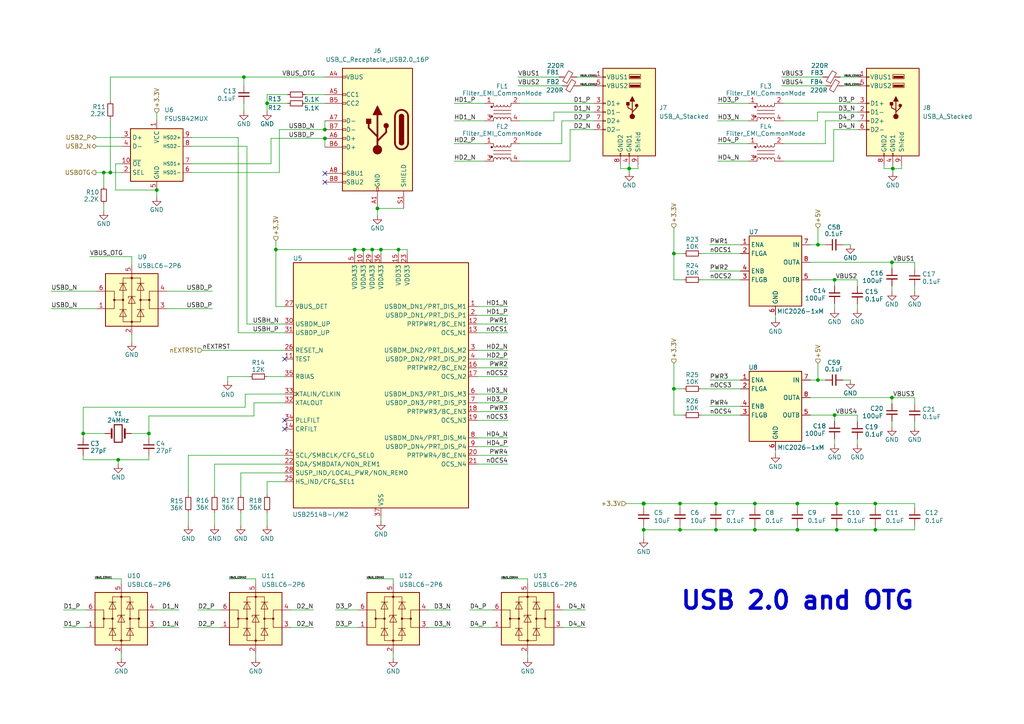
<source format=kicad_sch>
(kicad_sch (version 20231120) (generator "eeschema") (generator_version "8.0")
  (paper "A4")
  (title_block (title "PiCubed Mainboard") (date "2024-02-27") (rev "01") (company "RExLab Carnegie Mellon University") (comment 1 "Neil Khera"))
  (junction (at 109.474 60.452))
  (junction (at 258.953 48.895))
  (junction (at 110.49 72.39))
  (junction (at 253.873 153.67))
  (junction (at 34.29 133.35))
  (junction (at 237.236 110.236))
  (junction (at 237.236 70.993))
  (junction (at 207.645 146.05))
  (junction (at 253.873 146.05))
  (junction (at 218.948 146.05))
  (junction (at 197.231 146.05))
  (junction (at 30.099 50.038))
  (junction (at 242.062 120.396))
  (junction (at 102.87 72.39))
  (junction (at 70.739 22.352))
  (junction (at 24.13 125.73))
  (junction (at 218.948 153.67))
  (junction (at 45.466 55.118))
  (junction (at 195.453 112.776))
  (junction (at 242.062 81.153))
  (junction (at 186.69 146.05) (diameter 1.016))
  (junction (at 197.231 153.67))
  (junction (at 207.645 153.67))
  (junction (at 258.699 115.316))
  (junction (at 77.47 29.972))
  (junction (at 94.234 37.592))
  (junction (at 94.234 40.132))
  (junction (at 242.697 153.67))
  (junction (at 182.499 48.895))
  (junction (at 105.41 72.39))
  (junction (at 186.69 153.67))
  (junction (at 80.01 72.39))
  (junction (at 231.267 146.05))
  (junction (at 43.18 125.73))
  (junction (at 231.267 153.67))
  (junction (at 242.697 146.05))
  (junction (at 115.57 72.39))
  (junction (at 107.95 72.39))
  (junction (at 32.004 50.038))
  (junction (at 258.699 76.073))
  (junction (at 195.453 73.533))
  (no_connect (at 82.55 121.92))
  (no_connect (at 94.234 50.292))
  (no_connect (at 82.55 104.14))
  (no_connect (at 94.234 52.832))
  (no_connect (at 82.55 124.46))
  (wire (pts (xy 62.23 148.59) (xy 62.23 152.4)))
  (wire (pts (xy 239.395 35.052) (xy 239.395 41.656)))
  (wire (pts (xy 38.227 97.155) (xy 38.227 99.187)))
  (wire (pts (xy 55.626 39.878) (xy 69.088 39.878)))
  (wire (pts (xy 88.519 29.972) (xy 94.234 29.972)))
  (wire (pts (xy 118.11 72.39) (xy 118.11 73.66)))
  (wire (pts (xy 258.953 48.895) (xy 261.493 48.895)))
  (wire (pts (xy 265.303 146.05) (xy 265.303 147.32)))
  (wire (pts (xy 138.43 129.54) (xy 147.32 129.54)))
  (wire (pts (xy 71.12 114.3) (xy 82.55 114.3)))
  (wire (pts (xy 231.267 146.05) (xy 242.697 146.05)))
  (wire (pts (xy 62.23 134.62) (xy 62.23 143.51)))
  (wire (pts (xy 150.241 22.352) (xy 162.179 22.352)))
  (wire (pts (xy 115.57 72.39) (xy 115.57 73.66)))
  (wire (pts (xy 30.099 50.038) (xy 30.099 54.102)))
  (wire (pts (xy 70.739 22.352) (xy 70.739 24.892)))
  (wire (pts (xy 80.01 72.39) (xy 80.01 88.9)))
  (wire (pts (xy 30.099 50.038) (xy 32.004 50.038)))
  (wire (pts (xy 109.474 60.452) (xy 117.094 60.452)))
  (wire (pts (xy 80.01 88.9) (xy 82.55 88.9)))
  (wire (pts (xy 138.43 104.14) (xy 147.32 104.14)))
  (wire (pts (xy 237.236 110.236) (xy 239.395 110.236)))
  (wire (pts (xy 242.697 146.05) (xy 242.697 147.32)))
  (wire (pts (xy 265.303 77.978) (xy 265.303 76.073)))
  (wire (pts (xy 248.666 122.301) (xy 248.666 120.396)))
  (wire (pts (xy 179.959 48.895) (xy 179.959 47.752)))
  (wire (pts (xy 35.179 189.611) (xy 35.179 190.881)))
  (wire (pts (xy 71.628 93.98) (xy 71.628 42.418)))
  (wire (pts (xy 57.404 176.911) (xy 64.008 176.911)))
  (wire (pts (xy 138.43 96.52) (xy 147.32 96.52)))
  (wire (pts (xy 179.959 48.895) (xy 182.499 48.895)))
  (wire (pts (xy 140.589 46.736) (xy 131.699 46.736)))
  (wire (pts (xy 186.69 156.21) (xy 186.69 153.67)))
  (wire (pts (xy 258.699 76.073) (xy 265.303 76.073)))
  (wire (pts (xy 224.917 91.313) (xy 224.917 92.329)))
  (wire (pts (xy 265.303 122.301) (xy 265.303 123.825)))
  (wire (pts (xy 88.519 27.432) (xy 94.234 27.432)))
  (wire (pts (xy 237.236 66.167) (xy 237.236 70.993)))
  (wire (pts (xy 70.739 22.352) (xy 94.234 22.352)))
  (wire (pts (xy 105.41 72.39) (xy 105.41 73.66)))
  (wire (pts (xy 80.01 72.39) (xy 102.87 72.39)))
  (wire (pts (xy 242.062 127.254) (xy 242.062 128.905)))
  (wire (pts (xy 235.077 76.073) (xy 258.699 76.073)))
  (wire (pts (xy 77.47 139.7) (xy 77.47 143.51)))
  (wire (pts (xy 235.077 120.396) (xy 242.062 120.396)))
  (wire (pts (xy 38.227 76.835) (xy 38.227 74.422)))
  (wire (pts (xy 54.61 132.08) (xy 82.55 132.08)))
  (wire (pts (xy 258.953 48.895) (xy 258.953 47.752)))
  (wire (pts (xy 253.873 146.05) (xy 265.303 146.05)))
  (wire (pts (xy 77.47 29.972) (xy 83.439 29.972)))
  (wire (pts (xy 43.18 120.65) (xy 43.18 125.73)))
  (wire (pts (xy 107.95 72.39) (xy 105.41 72.39)))
  (wire (pts (xy 253.873 152.4) (xy 253.873 153.67)))
  (wire (pts (xy 114.046 189.611) (xy 114.046 190.881)))
  (wire (pts (xy 69.85 137.16) (xy 69.85 143.51)))
  (wire (pts (xy 78.613 40.132) (xy 94.234 40.132)))
  (wire (pts (xy 248.793 32.512) (xy 237.109 32.512)))
  (wire (pts (xy 94.234 37.592) (xy 81.026 37.592)))
  (wire (pts (xy 150.749 41.656) (xy 162.941 41.656)))
  (wire (pts (xy 160.655 35.052) (xy 150.749 35.052)))
  (wire (pts (xy 102.87 72.39) (xy 102.87 73.66)))
  (wire (pts (xy 105.41 72.39) (xy 102.87 72.39)))
  (wire (pts (xy 248.666 127.381) (xy 248.666 128.905)))
  (wire (pts (xy 235.077 115.316) (xy 258.699 115.316)))
  (wire (pts (xy 32.004 29.337) (xy 32.004 22.352)))
  (wire (pts (xy 138.43 101.6) (xy 147.32 101.6)))
  (wire (pts (xy 110.49 72.39) (xy 110.49 73.66)))
  (wire (pts (xy 78.613 47.498) (xy 78.613 40.132)))
  (wire (pts (xy 168.148 24.892) (xy 172.339 24.892)))
  (wire (pts (xy 138.43 132.08) (xy 147.32 132.08)))
  (wire (pts (xy 185.039 48.895) (xy 185.039 47.752)))
  (wire (pts (xy 172.339 32.512) (xy 160.655 32.512)))
  (wire (pts (xy 195.453 112.776) (xy 198.247 112.776)))
  (wire (pts (xy 45.339 176.911) (xy 51.943 176.911)))
  (wire (pts (xy 138.43 109.22) (xy 147.32 109.22)))
  (wire (pts (xy 34.29 133.35) (xy 43.18 133.35)))
  (wire (pts (xy 145.288 167.894) (xy 153.035 167.894)))
  (wire (pts (xy 33.528 47.498) (xy 33.528 55.118)))
  (wire (pts (xy 256.413 48.895) (xy 258.953 48.895)))
  (wire (pts (xy 227.203 29.972) (xy 248.793 29.972)))
  (wire (pts (xy 237.109 35.052) (xy 227.203 35.052)))
  (wire (pts (xy 242.062 122.174) (xy 242.062 120.396)))
  (wire (pts (xy 186.69 152.4) (xy 186.69 153.67)))
  (wire (pts (xy 203.327 112.776) (xy 214.757 112.776)))
  (wire (pts (xy 43.18 132.08) (xy 43.18 133.35)))
  (wire (pts (xy 244.475 70.993) (xy 246.634 70.993)))
  (wire (pts (xy 74.168 167.894) (xy 74.168 169.291)))
  (wire (pts (xy 58.674 101.6) (xy 82.55 101.6)))
  (wire (pts (xy 18.415 176.911) (xy 25.019 176.911)))
  (wire (pts (xy 82.55 93.98) (xy 71.628 93.98)))
  (wire (pts (xy 153.035 189.611) (xy 153.035 190.881)))
  (wire (pts (xy 66.421 167.894) (xy 74.168 167.894)))
  (wire (pts (xy 62.23 134.62) (xy 82.55 134.62)))
  (wire (pts (xy 218.948 146.05) (xy 231.267 146.05)))
  (wire (pts (xy 207.645 146.05) (xy 218.948 146.05)))
  (wire (pts (xy 136.271 181.991) (xy 142.875 181.991)))
  (wire (pts (xy 248.666 88.138) (xy 248.666 89.662)))
  (wire (pts (xy 81.026 50.038) (xy 55.626 50.038)))
  (wire (pts (xy 69.85 148.59) (xy 69.85 152.4)))
  (wire (pts (xy 26.035 74.422) (xy 38.227 74.422)))
  (wire (pts (xy 55.626 47.498) (xy 78.613 47.498)))
  (wire (pts (xy 138.43 134.62) (xy 147.32 134.62)))
  (wire (pts (xy 207.645 152.4) (xy 207.645 153.67)))
  (wire (pts (xy 167.259 22.352) (xy 172.339 22.352)))
  (wire (pts (xy 138.43 127) (xy 147.32 127)))
  (wire (pts (xy 77.47 27.432) (xy 83.439 27.432)))
  (wire (pts (xy 45.339 181.991) (xy 51.943 181.991)))
  (wire (pts (xy 197.231 146.05) (xy 207.645 146.05)))
  (wire (pts (xy 162.941 35.052) (xy 162.941 41.656)))
  (wire (pts (xy 242.062 120.396) (xy 248.666 120.396)))
  (wire (pts (xy 107.95 72.39) (xy 107.95 73.66)))
  (wire (pts (xy 203.327 73.533) (xy 214.757 73.533)))
  (wire (pts (xy 172.339 37.592) (xy 165.354 37.592)))
  (wire (pts (xy 218.948 153.67) (xy 231.267 153.67)))
  (wire (pts (xy 214.757 78.613) (xy 205.867 78.613)))
  (wire (pts (xy 195.453 66.167) (xy 195.453 73.533)))
  (wire (pts (xy 71.628 42.418) (xy 55.626 42.418)))
  (wire (pts (xy 165.354 37.592) (xy 165.354 46.736)))
  (wire (pts (xy 69.088 39.878) (xy 69.088 96.52)))
  (wire (pts (xy 197.231 152.4) (xy 197.231 153.67)))
  (wire (pts (xy 242.697 146.05) (xy 253.873 146.05)))
  (wire (pts (xy 217.043 46.736) (xy 208.153 46.736)))
  (wire (pts (xy 106.299 167.894) (xy 114.046 167.894)))
  (wire (pts (xy 80.01 69.85) (xy 80.01 72.39)))
  (wire (pts (xy 138.43 116.84) (xy 147.32 116.84)))
  (wire (pts (xy 138.43 121.92) (xy 147.32 121.92)))
  (wire (pts (xy 241.808 46.736) (xy 227.203 46.736)))
  (wire (pts (xy 136.271 176.911) (xy 142.875 176.911)))
  (wire (pts (xy 43.18 125.73) (xy 43.18 127)))
  (wire (pts (xy 124.206 176.911) (xy 130.81 176.911)))
  (wire (pts (xy 197.231 146.05) (xy 197.231 147.32)))
  (wire (pts (xy 237.236 70.993) (xy 239.395 70.993)))
  (wire (pts (xy 82.55 116.84) (xy 73.66 116.84)))
  (wire (pts (xy 243.713 22.352) (xy 248.793 22.352)))
  (wire (pts (xy 66.04 109.22) (xy 66.04 110.49)))
  (wire (pts (xy 197.231 153.67) (xy 207.645 153.67)))
  (wire (pts (xy 54.61 148.59) (xy 54.61 152.4)))
  (wire (pts (xy 54.61 132.08) (xy 54.61 143.51)))
  (wire (pts (xy 109.474 60.452) (xy 109.474 62.484)))
  (wire (pts (xy 248.793 35.052) (xy 239.395 35.052)))
  (wire (pts (xy 195.453 120.396) (xy 198.247 120.396)))
  (wire (pts (xy 138.43 88.9) (xy 147.32 88.9)))
  (wire (pts (xy 242.062 81.153) (xy 248.666 81.153)))
  (wire (pts (xy 203.327 81.153) (xy 214.757 81.153)))
  (wire (pts (xy 150.241 24.892) (xy 163.068 24.892)))
  (wire (pts (xy 182.499 48.895) (xy 182.499 47.752)))
  (wire (pts (xy 235.077 70.993) (xy 237.236 70.993)))
  (wire (pts (xy 253.873 146.05) (xy 253.873 147.32)))
  (wire (pts (xy 261.493 48.895) (xy 261.493 47.752)))
  (wire (pts (xy 265.303 152.4) (xy 265.303 153.67)))
  (wire (pts (xy 195.453 105.41) (xy 195.453 112.776)))
  (wire (pts (xy 182.499 48.895) (xy 185.039 48.895)))
  (wire (pts (xy 32.004 50.038) (xy 35.306 50.038)))
  (wire (pts (xy 242.062 88.011) (xy 242.062 89.662)))
  (wire (pts (xy 115.57 72.39) (xy 110.49 72.39)))
  (wire (pts (xy 265.303 117.221) (xy 265.303 115.316)))
  (wire (pts (xy 226.695 24.892) (xy 239.522 24.892)))
  (wire (pts (xy 138.43 91.44) (xy 147.32 91.44)))
  (wire (pts (xy 265.303 83.058) (xy 265.303 84.582)))
  (wire (pts (xy 27.813 50.038) (xy 30.099 50.038)))
  (wire (pts (xy 77.47 139.7) (xy 82.55 139.7)))
  (wire (pts (xy 97.282 176.911) (xy 103.886 176.911)))
  (wire (pts (xy 186.69 146.05) (xy 197.231 146.05)))
  (wire (pts (xy 217.043 35.052) (xy 208.153 35.052)))
  (wire (pts (xy 71.12 114.3) (xy 71.12 118.11)))
  (wire (pts (xy 256.413 48.895) (xy 256.413 47.752)))
  (wire (pts (xy 258.699 115.316) (xy 265.303 115.316)))
  (wire (pts (xy 258.699 122.174) (xy 258.699 123.825)))
  (wire (pts (xy 242.697 153.67) (xy 253.873 153.67)))
  (wire (pts (xy 48.387 89.535) (xy 61.595 89.535)))
  (wire (pts (xy 114.046 167.894) (xy 114.046 169.291)))
  (wire (pts (xy 57.404 181.991) (xy 64.008 181.991)))
  (wire (pts (xy 186.69 146.05) (xy 186.69 147.32)))
  (wire (pts (xy 69.088 96.52) (xy 82.55 96.52)))
  (wire (pts (xy 84.328 181.991) (xy 90.932 181.991)))
  (wire (pts (xy 34.29 133.35) (xy 34.29 134.62)))
  (wire (pts (xy 138.43 119.38) (xy 147.32 119.38)))
  (wire (pts (xy 24.13 133.35) (xy 34.29 133.35)))
  (wire (pts (xy 214.757 70.993) (xy 205.867 70.993)))
  (wire (pts (xy 30.099 59.182) (xy 30.099 61.214)))
  (wire (pts (xy 195.453 73.533) (xy 198.247 73.533)))
  (wire (pts (xy 124.206 181.991) (xy 130.81 181.991)))
  (wire (pts (xy 150.749 29.972) (xy 172.339 29.972)))
  (wire (pts (xy 214.757 110.236) (xy 205.867 110.236)))
  (wire (pts (xy 258.699 77.851) (xy 258.699 76.073)))
  (wire (pts (xy 218.948 146.05) (xy 218.948 147.32)))
  (wire (pts (xy 77.47 148.59) (xy 77.47 152.4)))
  (wire (pts (xy 71.12 118.11) (xy 24.13 118.11)))
  (wire (pts (xy 35.179 167.894) (xy 35.179 169.291)))
  (wire (pts (xy 77.47 109.22) (xy 82.55 109.22)))
  (wire (pts (xy 45.466 32.766) (xy 45.466 34.798)))
  (wire (pts (xy 24.13 132.08) (xy 24.13 133.35)))
  (wire (pts (xy 24.13 125.73) (xy 30.48 125.73)))
  (wire (pts (xy 140.589 29.972) (xy 131.699 29.972)))
  (wire (pts (xy 248.793 37.592) (xy 241.808 37.592)))
  (wire (pts (xy 32.004 50.038) (xy 32.004 34.417)))
  (wire (pts (xy 218.948 152.4) (xy 218.948 153.67)))
  (wire (pts (xy 231.267 146.05) (xy 231.267 147.32)))
  (wire (pts (xy 217.043 41.656) (xy 208.153 41.656)))
  (wire (pts (xy 27.94 39.878) (xy 35.306 39.878)))
  (wire (pts (xy 227.203 41.656) (xy 239.395 41.656)))
  (wire (pts (xy 231.267 152.4) (xy 231.267 153.67)))
  (wire (pts (xy 73.66 116.84) (xy 73.66 120.65)))
  (wire (pts (xy 110.49 149.86) (xy 110.49 151.13)))
  (wire (pts (xy 18.415 181.991) (xy 25.019 181.991)))
  (wire (pts (xy 28.067 84.455) (xy 14.859 84.455)))
  (wire (pts (xy 203.327 120.396) (xy 214.757 120.396)))
  (wire (pts (xy 244.602 24.892) (xy 248.793 24.892)))
  (wire (pts (xy 140.589 41.656) (xy 131.699 41.656)))
  (wire (pts (xy 115.57 72.39) (xy 118.11 72.39)))
  (wire (pts (xy 258.953 49.911) (xy 258.953 48.895)))
  (wire (pts (xy 253.873 153.67) (xy 265.303 153.67)))
  (wire (pts (xy 235.077 110.236) (xy 237.236 110.236)))
  (wire (pts (xy 172.339 35.052) (xy 162.941 35.052)))
  (wire (pts (xy 160.655 32.512) (xy 160.655 35.052)))
  (wire (pts (xy 195.453 112.776) (xy 195.453 120.396)))
  (wire (pts (xy 195.453 73.533) (xy 195.453 81.153)))
  (wire (pts (xy 107.95 72.39) (xy 110.49 72.39)))
  (wire (pts (xy 207.645 153.67) (xy 218.948 153.67)))
  (wire (pts (xy 237.109 32.512) (xy 237.109 35.052)))
  (wire (pts (xy 242.697 152.4) (xy 242.697 153.67)))
  (wire (pts (xy 241.808 37.592) (xy 241.808 46.736)))
  (wire (pts (xy 32.004 22.352) (xy 70.739 22.352)))
  (wire (pts (xy 242.062 82.931) (xy 242.062 81.153)))
  (wire (pts (xy 237.236 105.41) (xy 237.236 110.236)))
  (wire (pts (xy 217.043 29.972) (xy 208.153 29.972)))
  (wire (pts (xy 138.43 93.98) (xy 147.32 93.98)))
  (wire (pts (xy 27.432 167.894) (xy 35.179 167.894)))
  (wire (pts (xy 195.453 81.153) (xy 198.247 81.153)))
  (wire (pts (xy 33.528 55.118) (xy 45.466 55.118)))
  (wire (pts (xy 226.695 22.352) (xy 238.633 22.352)))
  (wire (pts (xy 81.026 37.592) (xy 81.026 50.038)))
  (wire (pts (xy 231.267 153.67) (xy 242.697 153.67)))
  (wire (pts (xy 74.168 189.611) (xy 74.168 190.881)))
  (wire (pts (xy 66.04 109.22) (xy 72.39 109.22)))
  (wire (pts (xy 24.13 118.11) (xy 24.13 125.73)))
  (wire (pts (xy 258.699 82.931) (xy 258.699 84.582)))
  (wire (pts (xy 182.499 49.911) (xy 182.499 48.895)))
  (wire (pts (xy 214.757 117.856) (xy 205.867 117.856)))
  (wire (pts (xy 45.466 55.118) (xy 45.466 57.15)))
  (wire (pts (xy 27.94 42.418) (xy 35.306 42.418)))
  (wire (pts (xy 153.035 167.894) (xy 153.035 169.291)))
  (wire (pts (xy 258.699 117.094) (xy 258.699 115.316)))
  (wire (pts (xy 207.645 146.05) (xy 207.645 147.32)))
  (wire (pts (xy 84.328 176.911) (xy 90.932 176.911)))
  (wire (pts (xy 24.13 125.73) (xy 24.13 127)))
  (wire (pts (xy 28.067 89.535) (xy 14.859 89.535)))
  (wire (pts (xy 94.234 35.052) (xy 94.234 37.592)))
  (wire (pts (xy 140.589 35.052) (xy 131.699 35.052)))
  (wire (pts (xy 165.354 46.736) (xy 150.749 46.736)))
  (wire (pts (xy 97.282 181.991) (xy 103.886 181.991)))
  (wire (pts (xy 235.077 81.153) (xy 242.062 81.153)))
  (wire (pts (xy 163.195 176.911) (xy 169.799 176.911)))
  (wire (pts (xy 138.43 114.3) (xy 147.32 114.3)))
  (wire (pts (xy 248.666 83.058) (xy 248.666 81.153)))
  (wire (pts (xy 181.61 146.05) (xy 186.69 146.05)))
  (wire (pts (xy 244.475 110.236) (xy 246.634 110.236)))
  (wire (pts (xy 94.234 40.132) (xy 94.234 42.672)))
  (wire (pts (xy 77.47 29.972) (xy 77.47 32.258)))
  (wire (pts (xy 48.387 84.455) (xy 61.595 84.455)))
  (wire (pts (xy 73.66 120.65) (xy 43.18 120.65)))
  (wire (pts (xy 69.85 137.16) (xy 82.55 137.16)))
  (wire (pts (xy 163.195 181.991) (xy 169.799 181.991)))
  (wire (pts (xy 186.69 153.67) (xy 197.231 153.67)))
  (wire (pts (xy 77.47 27.432) (xy 77.47 29.972)))
  (wire (pts (xy 35.306 47.498) (xy 33.528 47.498)))
  (wire (pts (xy 38.1 125.73) (xy 43.18 125.73)))
  (wire (pts (xy 138.43 106.68) (xy 147.32 106.68)))
  (wire (pts (xy 70.739 29.972) (xy 70.739 32.258)))
  (wire (pts (xy 224.917 130.556) (xy 224.917 131.572)))
  (text "USB 2.0 and OTG" (at 197.104 177.292 0) (effects (font (size 5.08 5.08) (thickness 1.016) (bold yes)) (justify left bottom)))
  (label "nOCS1" (at 147.32 96.52 180))
  (label "D4_P" (at 136.271 176.911 0))
  (label "PWR4" (at 205.867 117.856 0))
  (label "PWR3" (at 205.867 110.236 0))
  (label "D3_P" (at 243.078 29.972 0))
  (label "HD3_P" (at 147.32 116.84 180))
  (label "D1_P" (at 18.415 176.911 0))
  (label "PWR2" (at 147.32 106.68 180))
  (label "D1_P" (at 166.37 29.972 0))
  (label "HD3_N" (at 147.32 114.3 180))
  (label "D2_P" (at 57.404 181.991 0))
  (label "HD1_P" (at 147.32 91.44 180))
  (label "VBUS1" (at 150.241 22.352 0))
  (label "VBUS1" (at 265.303 76.073 180))
  (label "nOCS2" (at 147.32 109.22 180))
  (label "D4_N" (at 169.799 181.991 180))
  (label "D1_P" (at 18.415 181.991 0))
  (label "nOCS4" (at 205.867 120.396 0))
  (label "D3_N" (at 130.81 181.991 180))
  (label "PWR2" (at 205.867 78.613 0))
  (label "D4_P" (at 136.271 181.991 0))
  (label "VBUS_CONN2" (at 66.421 167.894 0) (effects (font (size 0.508 0.508))))
  (label "HD4_N" (at 208.153 46.736 0))
  (label "D2_P" (at 57.404 176.911 0))
  (label "PWR1" (at 205.867 70.993 0))
  (label "USBD_P" (at 61.595 89.535 180))
  (label "D2_P" (at 166.37 35.052 0))
  (label "VBUS4" (at 248.666 120.396 180))
  (label "HD4_P" (at 147.32 129.54 180))
  (label "D3_P" (at 97.282 181.991 0))
  (label "USBD_P" (at 61.595 84.455 180))
  (label "nOCS2" (at 205.867 81.153 0))
  (label "HD4_N" (at 147.32 127 180))
  (label "VBUS_CONN4" (at 145.288 167.894 0) (effects (font (size 0.508 0.508))))
  (label "D1_N" (at 51.943 176.911 180))
  (label "USBD_N" (at 14.859 84.455 0))
  (label "VBUS2" (at 248.666 81.153 180))
  (label "PWR3" (at 147.32 119.38 180))
  (label "HD1_N" (at 131.699 35.052 0))
  (label "D1_N" (at 51.943 181.991 180))
  (label "VBUS2" (at 150.241 24.892 0))
  (label "D2_N" (at 90.932 181.991 180))
  (label "VBUS_CONN3" (at 244.729 22.352 0) (effects (font (size 0.508 0.508))))
  (label "nEXTRST" (at 58.674 101.6 0))
  (label "D2_N" (at 166.37 37.592 0))
  (label "VBUS4" (at 226.695 24.892 0))
  (label "VBUS_CONN1" (at 27.432 167.894 0) (effects (font (size 0.508 0.508))))
  (label "USBD_N" (at 83.693 37.592 0))
  (label "HD3_P" (at 208.153 29.972 0))
  (label "HD2_N" (at 131.699 46.736 0))
  (label "VBUS_CONN3" (at 106.299 167.894 0) (effects (font (size 0.508 0.508))))
  (label "D1_N" (at 166.37 32.512 0))
  (label "HD4_P" (at 208.153 41.656 0))
  (label "PWR4" (at 147.32 132.08 180))
  (label "PWR1" (at 147.32 93.98 180))
  (label "USBH_N" (at 73.279 93.98 0))
  (label "VBUS_OTG" (at 81.788 22.352 0))
  (label "VBUS_CONN1" (at 168.148 22.352 0) (effects (font (size 0.508 0.508))))
  (label "D3_P" (at 97.282 176.911 0))
  (label "HD1_P" (at 131.699 29.972 0))
  (label "VBUS3" (at 265.303 115.316 180))
  (label "nOCS1" (at 205.867 73.533 0))
  (label "USBH_P" (at 73.279 96.52 0))
  (label "VBUS_OTG" (at 26.035 74.422 0))
  (label "D4_N" (at 169.799 176.911 180))
  (label "HD1_N" (at 147.32 88.9 180))
  (label "nOCS3" (at 205.867 112.776 0))
  (label "VBUS_CONN4" (at 244.729 24.892 0) (effects (font (size 0.508 0.508))))
  (label "HD2_N" (at 147.32 101.6 180))
  (label "D4_P" (at 243.078 35.052 0))
  (label "nOCS4" (at 147.32 134.62 180))
  (label "D4_N" (at 243.078 37.592 0))
  (label "VBUS3" (at 226.695 22.352 0))
  (label "D2_N" (at 90.932 176.911 180))
  (label "HD3_N" (at 208.153 35.052 0))
  (label "VBUS_CONN2" (at 168.148 24.892 0) (effects (font (size 0.508 0.508))))
  (label "D3_N" (at 130.81 176.911 180))
  (label "D3_N" (at 243.078 32.512 0))
  (label "nOCS3" (at 147.32 121.92 180))
  (label "HD2_P" (at 131.699 41.656 0))
  (label "USBD_N" (at 14.859 89.535 0))
  (label "USBD_P" (at 83.693 40.132 0))
  (label "HD2_P" (at 147.32 104.14 180))
  (hierarchical_label "USB2_N" (shape bidirectional) (at 27.94 42.418 180))
  (hierarchical_label "+3.3V" (shape input) (at 195.453 105.41 90))
  (hierarchical_label "+3.3V" (shape input) (at 45.466 32.766 90))
  (hierarchical_label "+5V" (shape input) (at 237.236 66.167 90))
  (hierarchical_label "USB2_P" (shape bidirectional) (at 27.94 39.878 180))
  (hierarchical_label "USBOTG" (shape output) (at 27.813 50.038 180))
  (hierarchical_label "+3.3V" (shape input) (at 80.01 69.85 90))
  (hierarchical_label "nEXTRST" (shape input) (at 58.674 101.6 180))
  (hierarchical_label "+3.3V" (shape input) (at 195.453 66.167 90))
  (hierarchical_label "+3.3V" (shape input) (at 181.61 146.05 180))
  (hierarchical_label "+5V" (shape input) (at 237.236 105.41 90))
  (symbol (lib_id "Device:Filter_EMI_CommonMode") (at 145.669 32.512 0) (unit 1)
    (property "Reference" "FL1" (at 145.669 25.019 0))
    (property "Value" "Filter_EMI_CommonMode" (at 145.669 27.051 0))
  )
  (symbol (lib_id "Device:R_Small") (at 200.787 120.396 90) (unit 1)
    (property "Reference" "R26" (at 200.787 116.332 90))
    (property "Value" "10K" (at 200.787 118.364 90))
  )
  (symbol (lib_id "power:GND") (at 70.739 32.258 0) (unit 1)
    (property "Reference" "#PWR043" (effects (hide yes)))
    (property "Value" "GND" (at 70.739 35.941 0))
  )
  (symbol (lib_id "Device:C_Small") (at 242.062 85.471 0) (unit 1)
    (property "Reference" "C14" (at 235.712 84.328 0) (effects (justify left)))
    (property "Value" "100uF" (at 233.426 86.487 0) (effects (justify left)))
  )
  (symbol (lib_id "Device:R_Small") (at 62.23 146.05 0) (unit 1)
    (property "Reference" "R16" (at 56.769 145.161 0) (effects (justify left)))
    (property "Value" "36K" (at 56.769 147.193 0) (effects (justify left)))
    (property "Footprint" "Resistor_SMD:R_0402_1005Metric" (effects (hide yes)))
    (property "Field4" "Farnell" (effects (hide yes)))
    (property "Field5" "1458788" (effects (hide yes)))
    (property "Field7" "Rohm" (effects (hide yes)))
    (property "Field6" "MCR01MZPF3602" (effects (hide yes)))
    (property "Part Description" "Resistor 36K M1005 1% 63mW" (effects (hide yes)))
  )
  (symbol (lib_id "power:GND") (at 182.499 49.911 0) (unit 1)
    (property "Reference" "#PWR044" (effects (hide yes)))
    (property "Value" "GND" (at 182.499 53.721 0))
  )
  (symbol (lib_id "power:GND") (at 114.046 190.881 0) (unit 1)
    (property "Reference" "#PWR056" (effects (hide yes)))
    (property "Value" "GND" (at 114.046 194.691 0))
  )
  (symbol (lib_id "Device:Filter_EMI_CommonMode") (at 222.123 32.512 0) (unit 1)
    (property "Reference" "FL3" (at 222.123 25.019 0))
    (property "Value" "Filter_EMI_CommonMode" (at 222.123 27.051 0))
  )
  (symbol (lib_id "power:GND") (at 54.61 152.4 0) (unit 1)
    (property "Reference" "#PWR034" (effects (hide yes)))
    (property "Value" "GND" (at 54.61 156.21 0))
  )
  (symbol (lib_id "Device:R_Small") (at 85.979 27.432 90) (unit 1)
    (property "Reference" "R13" (at 79.629 28.702 90))
    (property "Value" "5.1K" (at 90.424 28.829 90))
  )
  (symbol (lib_id "power:GND") (at 45.466 57.15 0) (unit 1)
    (property "Reference" "#PWR028" (effects (hide yes)))
    (property "Value" "GND" (at 45.466 60.833 0))
  )
  (symbol (lib_id "power:GND") (at 74.168 190.881 0) (unit 1)
    (property "Reference" "#PWR055" (effects (hide yes)))
    (property "Value" "GND" (at 74.168 194.691 0))
  )
  (symbol (lib_id "power:GND") (at 34.29 134.62 0) (unit 1)
    (property "Reference" "#PWR033" (effects (hide yes)))
    (property "Value" "GND" (at 34.29 138.43 0))
  )
  (symbol (lib_id "Device:C_Small") (at 258.699 119.634 0) (unit 1)
    (property "Reference" "C20" (at 252.349 118.491 0) (effects (justify left)))
    (property "Value" "100uF" (at 250.063 120.65 0) (effects (justify left)))
  )
  (symbol (lib_id "Power_Management:MIC2026-1xM") (at 224.917 117.856 0) (unit 1)
    (property "Reference" "U8" (at 218.44 106.553 0))
    (property "Value" "MIC2026-1xM" (at 232.283 129.794 0))
    (property "Footprint" "Package_SO:SOIC-8_3.9x4.9mm_P1.27mm" (effects (hide yes)))
    (property "Datasheet" "https://ww1.microchip.com/downloads/aemDocuments/documents/APID/ProductDocuments/DataSheets/MIC2026-MIC2076-Dual-Channel-Power-Distribution-Switch-DS20006443A.pdf" (effects (hide yes)))
  )
  (symbol (lib_id "power:GND") (at 258.953 49.911 0) (unit 1)
    (property "Reference" "#PWR053" (effects (hide yes)))
    (property "Value" "GND" (at 258.953 53.721 0))
  )
  (symbol (lib_id "Device:C_Small") (at 265.303 80.518 0) (unit 1)
    (property "Reference" "C17" (at 267.462 79.502 0) (effects (justify left)))
    (property "Value" "0.1uF" (at 267.462 81.661 0) (effects (justify left)))
  )
  (symbol (lib_id "power:GND") (at 62.23 152.4 0) (unit 1)
    (property "Reference" "#PWR035" (effects (hide yes)))
    (property "Value" "GND" (at 62.23 156.21 0))
  )
  (symbol (lib_id "Device:R_Small") (at 54.61 146.05 0) (unit 1)
    (property "Reference" "R15" (at 49.276 145.288 0) (effects (justify left)))
    (property "Value" "36K" (at 49.276 147.32 0) (effects (justify left)))
    (property "Footprint" "Resistor_SMD:R_0402_1005Metric" (effects (hide yes)))
    (property "Field4" "Farnell" (effects (hide yes)))
    (property "Field5" "1458788" (effects (hide yes)))
    (property "Field7" "Rohm" (effects (hide yes)))
    (property "Field6" "MCR01MZPF3602" (effects (hide yes)))
    (property "Part Description" "Resistor 36K M1005 1% 63mW" (effects (hide yes)))
  )
  (symbol (lib_id "Device:C_Small") (at 197.231 149.86 0) (unit 1)
    (property "Reference" "C6" (at 200.152 148.6916 0) (effects (justify left)))
    (property "Value" "10uF" (at 200.152 151.003 0) (effects (justify left)))
    (property "Footprint" "Capacitor_SMD:C_0805_2012Metric" (effects (hide yes)))
    (property "Field5" "490-14381-1-ND" (effects (hide yes)))
    (property "Field4" "Digikey" (effects (hide yes)))
    (property "Field6" "GRM21BR71A106KA73L" (effects (hide yes)))
    (property "Field7" "Murata" (effects (hide yes)))
    (property "Part Description" "	10uF 10% 10V Ceramic Capacitor X7R 0805 (2012 Metric)" (effects (hide yes)))
    (property "Field8" "111893011" (effects (hide yes)))
  )
  (symbol (lib_id "Device:C_Small") (at 231.267 149.86 0) (unit 1)
    (property "Reference" "C9" (at 234.188 148.6916 0) (effects (justify left)))
    (property "Value" "0.1uF" (at 234.188 151.003 0) (effects (justify left)))
    (property "Footprint" "Capacitor_SMD:C_0402_1005Metric" (effects (hide yes)))
    (property "Field4" "Farnell" (effects (hide yes)))
    (property "Field5" "2611911" (effects (hide yes)))
    (property "Field6" "RM EMK105 B7104KV-F" (effects (hide yes)))
    (property "Field7" "TAIYO YUDEN EUROPE GMBH" (effects (hide yes)))
    (property "Part Description" "	0.1uF 10% 16V Ceramic Capacitor X7R 0402 (1005 Metric)" (effects (hide yes)))
    (property "Field8" "110091611" (effects (hide yes)))
  )
  (symbol (lib_id "Device:C_Small") (at 258.699 80.391 0) (unit 1)
    (property "Reference" "C16" (at 252.349 79.248 0) (effects (justify left)))
    (property "Value" "100uF" (at 250.063 81.407 0) (effects (justify left)))
  )
  (symbol (lib_id "power:GND") (at 246.634 70.993 0) (unit 1)
    (property "Reference" "#PWR076" (effects (hide yes)))
    (property "Value" "GND" (at 246.634 74.803 0))
  )
  (symbol (lib_id "Device:R_Small") (at 200.787 112.776 90) (unit 1)
    (property "Reference" "R25" (at 200.787 108.712 90))
    (property "Value" "10K" (at 200.787 110.744 90))
  )
  (symbol (lib_id "Device:R_Small") (at 200.787 73.533 90) (unit 1)
    (property "Reference" "R23" (at 200.787 69.469 90))
    (property "Value" "10K" (at 200.787 71.501 90))
  )
  (symbol (lib_id "Power_Protection:USBLC6-2P6") (at 153.035 179.451 0) (unit 1)
    (property "Reference" "U13" (at 154.6861 167.005 0) (effects (justify left)))
    (property "Value" "USBLC6-2P6" (at 154.6861 169.545 0) (effects (justify left)))
    (property "Footprint" "Package_TO_SOT_SMD:SOT-666" (effects (hide yes)))
    (property "Datasheet" "https://www.st.com/resource/en/datasheet/usblc6-2.pdf" (effects (hide yes)))
  )
  (symbol (lib_id "Device:C_Small") (at 241.935 110.236 90) (unit 1)
    (property "Reference" "C59" (at 243.84 105.156 90) (effects (justify left)))
    (property "Value" "0.1uF" (at 244.602 107.061 90) (effects (justify left)))
  )
  (symbol (lib_id "power:GND") (at 77.47 152.4 0) (unit 1)
    (property "Reference" "#PWR037" (effects (hide yes)))
    (property "Value" "GND" (at 77.47 156.21 0))
  )
  (symbol (lib_id "Connector:USB_A_Stacked") (at 182.499 32.512 0) (mirror y) (unit 1)
    (property "Reference" "J7" (at 191.135 31.242 0) (effects (justify right)))
    (property "Value" "USB_A_Stacked" (at 191.135 33.782 0) (effects (justify right)))
    (property "Datasheet" " ~" (effects (hide yes)))
  )
  (symbol (lib_id "Power_Protection:USBLC6-2P6") (at 74.168 179.451 0) (unit 1)
    (property "Reference" "U11" (at 75.8191 167.005 0) (effects (justify left)))
    (property "Value" "USBLC6-2P6" (at 75.8191 169.545 0) (effects (justify left)))
    (property "Footprint" "Package_TO_SOT_SMD:SOT-666" (effects (hide yes)))
    (property "Datasheet" "https://www.st.com/resource/en/datasheet/usblc6-2.pdf" (effects (hide yes)))
  )
  (symbol (lib_id "Device:R_Small") (at 30.099 56.642 0) (unit 1)
    (property "Reference" "R10" (at 24.892 55.753 0) (effects (justify left)))
    (property "Value" "2.2K" (at 24.257 57.785 0) (effects (justify left)))
  )
  (symbol (lib_id "Power_Protection:USBLC6-2P6") (at 35.179 179.451 0) (unit 1)
    (property "Reference" "U10" (at 36.8301 167.005 0) (effects (justify left)))
    (property "Value" "USBLC6-2P6" (at 36.8301 169.545 0) (effects (justify left)))
    (property "Footprint" "Package_TO_SOT_SMD:SOT-666" (effects (hide yes)))
    (property "Datasheet" "https://www.st.com/resource/en/datasheet/usblc6-2.pdf" (effects (hide yes)))
  )
  (symbol (lib_id "power:GND") (at 186.69 156.21 0) (unit 1)
    (property "Reference" "#PWR038" (effects (hide yes)))
    (property "Value" "GND" (at 186.69 160.02 0))
  )
  (symbol (lib_id "Device:C_Small") (at 24.13 129.54 0) (unit 1)
    (property "Reference" "C3" (at 26.162 128.651 0) (effects (justify left)))
    (property "Value" "27pF" (at 26.162 130.683 0) (effects (justify left)))
    (property "Footprint" "Capacitor_SMD:C_0402_1005Metric" (effects (hide yes)))
    (property "Field8" "UCAP00738 " (effects (hide yes)))
    (property "Field5" "490-17672-1-ND" (effects (hide yes)))
    (property "Field6" "GJM1555C1H270JB01D" (effects (hide yes)))
    (property "Field7" "Murata" (effects (hide yes)))
    (property "Part Description" "	27pF 5% 50V Ceramic Capacitor C0G, NP0 0402 (1005 Metric)" (effects (hide yes)))
    (property "Field4" "Digikey" (effects (hide yes)))
  )
  (symbol (lib_id "Device:C_Small") (at 207.645 149.86 0) (unit 1)
    (property "Reference" "C7" (at 210.566 148.6916 0) (effects (justify left)))
    (property "Value" "0.1uF" (at 210.566 151.003 0) (effects (justify left)))
    (property "Footprint" "Capacitor_SMD:C_0402_1005Metric" (effects (hide yes)))
    (property "Field4" "Farnell" (effects (hide yes)))
    (property "Field5" "2611911" (effects (hide yes)))
    (property "Field6" "RM EMK105 B7104KV-F" (effects (hide yes)))
    (property "Field7" "TAIYO YUDEN EUROPE GMBH" (effects (hide yes)))
    (property "Part Description" "	0.1uF 10% 16V Ceramic Capacitor X7R 0402 (1005 Metric)" (effects (hide yes)))
    (property "Field8" "110091611" (effects (hide yes)))
  )
  (symbol (lib_id "Device:C_Small") (at 253.873 149.86 0) (unit 1)
    (property "Reference" "C11" (at 256.794 148.6916 0) (effects (justify left)))
    (property "Value" "0.1uF" (at 256.794 151.003 0) (effects (justify left)))
    (property "Footprint" "Capacitor_SMD:C_0402_1005Metric" (effects (hide yes)))
    (property "Field4" "Farnell" (effects (hide yes)))
    (property "Field5" "2611911" (effects (hide yes)))
    (property "Field6" "RM EMK105 B7104KV-F" (effects (hide yes)))
    (property "Field7" "TAIYO YUDEN EUROPE GMBH" (effects (hide yes)))
    (property "Part Description" "	0.1uF 10% 16V Ceramic Capacitor X7R 0402 (1005 Metric)" (effects (hide yes)))
    (property "Field8" "110091611" (effects (hide yes)))
  )
  (symbol (lib_id "Power_Protection:USBLC6-2P6") (at 114.046 179.451 0) (unit 1)
    (property "Reference" "U12" (at 115.6971 167.005 0) (effects (justify left)))
    (property "Value" "USBLC6-2P6" (at 115.6971 169.545 0) (effects (justify left)))
    (property "Footprint" "Package_TO_SOT_SMD:SOT-666" (effects (hide yes)))
    (property "Datasheet" "https://www.st.com/resource/en/datasheet/usblc6-2.pdf" (effects (hide yes)))
  )
  (symbol (lib_id "Device:FerriteBead_Small") (at 241.173 22.352 90) (unit 1)
    (property "Reference" "FB3" (at 236.982 21.082 90))
    (property "Value" "220R" (at 237.744 19.05 90))
  )
  (symbol (lib_id "Power_Protection:USBLC6-2P6") (at 38.227 86.995 0) (unit 1)
    (property "Reference" "U9" (at 39.8781 74.549 0) (effects (justify left)))
    (property "Value" "USBLC6-2P6" (at 39.8781 77.089 0) (effects (justify left)))
    (property "Footprint" "Package_TO_SOT_SMD:SOT-666" (effects (hide yes)))
    (property "Datasheet" "https://www.st.com/resource/en/datasheet/usblc6-2.pdf" (effects (hide yes)))
  )
  (symbol (lib_id "power:GND") (at 265.303 123.825 0) (unit 1)
    (property "Reference" "#PWR052" (effects (hide yes)))
    (property "Value" "GND" (at 265.303 127.508 0))
  )
  (symbol (lib_id "power:GND") (at 69.85 152.4 0) (unit 1)
    (property "Reference" "#PWR036" (effects (hide yes)))
    (property "Value" "GND" (at 69.85 156.21 0))
  )
  (symbol (lib_id "power:GND") (at 242.062 89.662 0) (unit 1)
    (property "Reference" "#PWR045" (effects (hide yes)))
    (property "Value" "GND" (at 242.062 93.345 0))
  )
  (symbol (lib_id "Device:R_Small") (at 74.93 109.22 90) (unit 1)
    (property "Reference" "R14" (at 74.93 105.156 90))
    (property "Value" "12K" (at 74.93 107.188 90))
    (property "Footprint" "Resistor_SMD:R_0402_1005Metric" (effects (hide yes)))
    (property "Field4" "Farnell" (effects (hide yes)))
    (property "Field5" "9239367" (effects (hide yes)))
    (property "Field7" "Rohm" (effects (hide yes)))
    (property "Field6" "MCR01MZPF1202" (effects (hide yes)))
    (property "Part Description" "Resistor 12K M1005 1% 63mW" (effects (hide yes)))
  )
  (symbol (lib_id "Device:R_Small") (at 200.787 81.153 90) (unit 1)
    (property "Reference" "R24" (at 200.787 77.089 90))
    (property "Value" "10K" (at 200.787 79.121 90))
  )
  (symbol (lib_id "Device:C_Small") (at 43.18 129.54 0) (unit 1)
    (property "Reference" "C4" (at 45.212 128.651 0) (effects (justify left)))
    (property "Value" "27pF" (at 45.212 130.683 0) (effects (justify left)))
    (property "Footprint" "Capacitor_SMD:C_0402_1005Metric" (effects (hide yes)))
    (property "Field8" "UCAP00738 " (effects (hide yes)))
    (property "Field5" "490-17672-1-ND" (effects (hide yes)))
    (property "Field6" "GJM1555C1H270JB01D" (effects (hide yes)))
    (property "Field7" "Murata" (effects (hide yes)))
    (property "Part Description" "	27pF 5% 50V Ceramic Capacitor C0G, NP0 0402 (1005 Metric)" (effects (hide yes)))
    (property "Field4" "Digikey" (effects (hide yes)))
  )
  (symbol (lib_id "power:GND") (at 109.474 62.484 0) (unit 1)
    (property "Reference" "#PWR030" (effects (hide yes)))
    (property "Value" "GND" (at 109.474 66.167 0))
  )
  (symbol (lib_id "power:GND") (at 77.47 32.258 0) (unit 1)
    (property "Reference" "#PWR031" (effects (hide yes)))
    (property "Value" "GND" (at 77.47 35.941 0))
  )
  (symbol (lib_id "power:GND") (at 224.917 92.329 0) (unit 1)
    (property "Reference" "#PWR040" (effects (hide yes)))
    (property "Value" "GND" (at 224.917 96.139 0))
  )
  (symbol (lib_id "Device:R_Small") (at 77.47 146.05 0) (unit 1)
    (property "Reference" "R18" (at 72.136 145.161 0) (effects (justify left)))
    (property "Value" "36K" (at 72.136 147.193 0) (effects (justify left)))
    (property "Footprint" "Resistor_SMD:R_0402_1005Metric" (effects (hide yes)))
    (property "Field4" "Farnell" (effects (hide yes)))
    (property "Field5" "1458788" (effects (hide yes)))
    (property "Field7" "Rohm" (effects (hide yes)))
    (property "Field6" "MCR01MZPF3602" (effects (hide yes)))
    (property "Part Description" "Resistor 36K M1005 1% 63mW" (effects (hide yes)))
  )
  (symbol (lib_id "Device:R_Small") (at 85.979 29.972 90) (unit 1)
    (property "Reference" "R12" (at 79.629 31.242 90))
    (property "Value" "5.1K" (at 90.424 31.369 90))
  )
  (symbol (lib_id "Device:C_Small") (at 265.303 119.761 0) (unit 1)
    (property "Reference" "C21" (at 267.462 118.745 0) (effects (justify left)))
    (property "Value" "0.1uF" (at 267.462 120.904 0) (effects (justify left)))
  )
  (symbol (lib_id "power:GND") (at 153.035 190.881 0) (unit 1)
    (property "Reference" "#PWR057" (effects (hide yes)))
    (property "Value" "GND" (at 153.035 194.691 0))
  )
  (symbol (lib_id "power:GND") (at 38.227 99.187 0) (unit 1)
    (property "Reference" "#PWR042" (effects (hide yes)))
    (property "Value" "GND" (at 38.227 102.87 0))
  )
  (symbol (lib_id "Interface_USB:USB2514B_Bi") (at 110.49 111.76 0) (unit 1)
    (property "Reference" "U5" (at 86.36 74.93 0))
    (property "Value" "USB2514B-I/M2" (at 92.964 149.225 0))
    (property "Footprint" "Package_DFN_QFN:QFN-36-1EP_6x6mm_P0.5mm_EP3.7x3.7mm" (effects (hide yes)))
    (property "Datasheet" "http://ww1.microchip.com/downloads/en/DeviceDoc/00001692C.pdf" (effects (hide yes)))
    (property "Field4" "Farnell" (effects (hide yes)))
    (property "Field5" "2775060" (effects (hide yes)))
    (property "Field6" "USB2514B-I/M2" (effects (hide yes)))
    (property "Field7" "Microchip" (effects (hide yes)))
    (property "Part Description" "	USB Hub Controller USB Interface 36-SQFN (6x6)" (effects (hide yes)))
    (property "Field8" "UICC00931" (effects (hide yes)))
  )
  (symbol (lib_id "Device:C_Small") (at 248.666 124.841 0) (unit 1)
    (property "Reference" "C19" (at 250.825 123.825 0) (effects (justify left)))
    (property "Value" "0.1uF" (at 250.825 125.984 0) (effects (justify left)))
  )
  (symbol (lib_id "power:GND") (at 258.699 123.825 0) (unit 1)
    (property "Reference" "#PWR051" (effects (hide yes)))
    (property "Value" "GND" (at 258.699 127.508 0))
  )
  (symbol (lib_id "power:GND") (at 30.099 61.214 0) (unit 1)
    (property "Reference" "#PWR029" (effects (hide yes)))
    (property "Value" "GND" (at 30.099 64.897 0))
  )
  (symbol (lib_id "power:GND") (at 248.666 128.905 0) (unit 1)
    (property "Reference" "#PWR050" (effects (hide yes)))
    (property "Value" "GND" (at 248.666 132.588 0))
  )
  (symbol (lib_id "power:GND") (at 265.303 84.582 0) (unit 1)
    (property "Reference" "#PWR048" (effects (hide yes)))
    (property "Value" "GND" (at 265.303 88.265 0))
  )
  (symbol (lib_id "Device:C_Small") (at 242.697 149.86 0) (unit 1)
    (property "Reference" "C10" (at 245.618 148.6916 0) (effects (justify left)))
    (property "Value" "0.1uF" (at 245.618 151.003 0) (effects (justify left)))
    (property "Footprint" "Capacitor_SMD:C_0402_1005Metric" (effects (hide yes)))
    (property "Field4" "Farnell" (effects (hide yes)))
    (property "Field5" "2611911" (effects (hide yes)))
    (property "Field6" "RM EMK105 B7104KV-F" (effects (hide yes)))
    (property "Field7" "TAIYO YUDEN EUROPE GMBH" (effects (hide yes)))
    (property "Part Description" "	0.1uF 10% 16V Ceramic Capacitor X7R 0402 (1005 Metric)" (effects (hide yes)))
    (property "Field8" "110091611" (effects (hide yes)))
  )
  (symbol (lib_id "Device:C_Small") (at 265.303 149.86 0) (unit 1)
    (property "Reference" "C12" (at 268.224 148.6916 0) (effects (justify left)))
    (property "Value" "0.1uF" (at 268.224 151.003 0) (effects (justify left)))
    (property "Footprint" "Capacitor_SMD:C_0402_1005Metric" (effects (hide yes)))
    (property "Field4" "Farnell" (effects (hide yes)))
    (property "Field5" "2611911" (effects (hide yes)))
    (property "Field6" "RM EMK105 B7104KV-F" (effects (hide yes)))
    (property "Field7" "TAIYO YUDEN EUROPE GMBH" (effects (hide yes)))
    (property "Part Description" "	0.1uF 10% 16V Ceramic Capacitor X7R 0402 (1005 Metric)" (effects (hide yes)))
    (property "Field8" "110091611" (effects (hide yes)))
  )
  (symbol (lib_id "Interface_USB:FSUSB42MUX") (at 45.466 44.958 0) (unit 1)
    (property "Reference" "U6" (at 47.6601 31.877 0) (effects (justify left)))
    (property "Value" "FSUSB42MUX" (at 47.6601 34.417 0) (effects (justify left)))
    (property "Footprint" "Package_SO:MSOP-10_3x3mm_P0.5mm" (effects (hide yes)))
    (property "Datasheet" "https://www.onsemi.com/pub/Collateral/FSUSB42-D.PDF" (effects (hide yes)))
  )
  (symbol (lib_id "Connector:USB_C_Receptacle_USB2.0_16P") (at 109.474 37.592 0) (mirror y) (unit 1)
    (property "Reference" "J6" (at 109.474 14.732 0))
    (property "Value" "USB_C_Receptacle_USB2.0_16P" (at 109.474 17.272 0))
    (property "Datasheet" "https://www.usb.org/sites/default/files/documents/usb_type-c.zip" (effects (hide yes)))
  )
  (symbol (lib_id "Device:R_Small") (at 69.85 146.05 0) (unit 1)
    (property "Reference" "R17" (at 64.135 145.161 0) (effects (justify left)))
    (property "Value" "36K" (at 64.135 147.193 0) (effects (justify left)))
    (property "Footprint" "Resistor_SMD:R_0402_1005Metric" (effects (hide yes)))
    (property "Field4" "Farnell" (effects (hide yes)))
    (property "Field5" "1458788" (effects (hide yes)))
    (property "Field7" "Rohm" (effects (hide yes)))
    (property "Field6" "MCR01MZPF3602" (effects (hide yes)))
    (property "Part Description" "Resistor 36K M1005 1% 63mW" (effects (hide yes)))
  )
  (symbol (lib_id "power:GND") (at 35.179 190.881 0) (unit 1)
    (property "Reference" "#PWR054" (effects (hide yes)))
    (property "Value" "GND" (at 35.179 194.691 0))
  )
  (symbol (lib_id "Device:Crystal") (at 34.29 125.73 0) (unit 1)
    (property "Reference" "Y1" (at 34.29 120.015 0))
    (property "Value" "24MHz" (at 34.29 121.92 0))
    (property "Footprint" "Crystal:Crystal_SMD_HC49-SD" (effects (hide yes)))
    (property "Field4" "Farnell" (effects (hide yes)))
    (property "Field5" "2508493" (effects (hide yes)))
    (property "Field7" "AEL" (effects (hide yes)))
    (property "Field6" "X24M000000S128" (effects (hide yes)))
    (property "Part Description" "24MHz Crystal 18pf 30ppm 30ppm" (effects (hide yes)))
  )
  (symbol (lib_id "Device:R_Small") (at 32.004 31.877 0) (unit 1)
    (property "Reference" "R11" (at 26.797 30.988 0) (effects (justify left)))
    (property "Value" "2.2K" (at 26.162 33.02 0) (effects (justify left)))
  )
  (symbol (lib_id "power:GND") (at 248.666 89.662 0) (unit 1)
    (property "Reference" "#PWR046" (effects (hide yes)))
    (property "Value" "GND" (at 248.666 93.345 0))
  )
  (symbol (lib_id "Device:C_Small") (at 186.69 149.86 0) (unit 1)
    (property "Reference" "C5" (at 189.611 148.6916 0) (effects (justify left)))
    (property "Value" "10uF" (at 189.611 151.003 0) (effects (justify left)))
    (property "Footprint" "Capacitor_SMD:C_0805_2012Metric" (effects (hide yes)))
    (property "Field5" "490-14381-1-ND" (effects (hide yes)))
    (property "Field4" "Digikey" (effects (hide yes)))
    (property "Field6" "GRM21BR71A106KA73L" (effects (hide yes)))
    (property "Field7" "Murata" (effects (hide yes)))
    (property "Part Description" "	10uF 10% 10V Ceramic Capacitor X7R 0805 (2012 Metric)" (effects (hide yes)))
    (property "Field8" "111893011" (effects (hide yes)))
  )
  (symbol (lib_id "Device:FerriteBead_Small") (at 164.719 22.352 90) (unit 1)
    (property "Reference" "FB1" (at 160.401 20.955 90))
    (property "Value" "220R" (at 161.163 19.05 90))
  )
  (symbol (lib_id "power:GND") (at 258.699 84.582 0) (unit 1)
    (property "Reference" "#PWR047" (effects (hide yes)))
    (property "Value" "GND" (at 258.699 88.265 0))
  )
  (symbol (lib_id "Power_Management:MIC2026-1xM") (at 224.917 78.613 0) (unit 1)
    (property "Reference" "U7" (at 218.567 67.31 0))
    (property "Value" "MIC2026-1xM" (at 232.156 90.297 0))
    (property "Footprint" "Package_SO:SOIC-8_3.9x4.9mm_P1.27mm" (effects (hide yes)))
    (property "Datasheet" "https://ww1.microchip.com/downloads/aemDocuments/documents/APID/ProductDocuments/DataSheets/MIC2026-MIC2076-Dual-Channel-Power-Distribution-Switch-DS20006443A.pdf" (effects (hide yes)))
  )
  (symbol (lib_id "Device:FerriteBead_Small") (at 165.608 24.892 90) (unit 1)
    (property "Reference" "FB2" (at 160.401 23.749 90))
    (property "Value" "220R" (at 160.909 26.162 90))
  )
  (symbol (lib_id "Device:C_Small") (at 248.666 85.598 0) (unit 1)
    (property "Reference" "C15" (at 250.825 84.582 0) (effects (justify left)))
    (property "Value" "0.1uF" (at 250.825 86.741 0) (effects (justify left)))
  )
  (symbol (lib_id "Device:C_Small") (at 70.739 27.432 0) (unit 1)
    (property "Reference" "C13" (at 64.643 26.416 0) (effects (justify left)))
    (property "Value" "0.1uF" (at 62.992 28.575 0) (effects (justify left)))
  )
  (symbol (lib_id "power:GND") (at 66.04 110.49 0) (unit 1)
    (property "Reference" "#PWR032" (effects (hide yes)))
    (property "Value" "GND" (at 66.04 114.427 0))
  )
  (symbol (lib_id "Connector:USB_A_Stacked") (at 258.953 32.512 0) (mirror y) (unit 1)
    (property "Reference" "J8" (at 267.589 31.242 0) (effects (justify right)))
    (property "Value" "USB_A_Stacked" (at 267.589 33.782 0) (effects (justify right)))
    (property "Datasheet" " ~" (effects (hide yes)))
  )
  (symbol (lib_id "Device:C_Small") (at 218.948 149.86 0) (unit 1)
    (property "Reference" "C8" (at 221.869 148.6916 0) (effects (justify left)))
    (property "Value" "0.1uF" (at 221.869 151.003 0) (effects (justify left)))
    (property "Footprint" "Capacitor_SMD:C_0402_1005Metric" (effects (hide yes)))
    (property "Field4" "Farnell" (effects (hide yes)))
    (property "Field5" "2611911" (effects (hide yes)))
    (property "Field6" "RM EMK105 B7104KV-F" (effects (hide yes)))
    (property "Field7" "TAIYO YUDEN EUROPE GMBH" (effects (hide yes)))
    (property "Part Description" "	0.1uF 10% 16V Ceramic Capacitor X7R 0402 (1005 Metric)" (effects (hide yes)))
    (property "Field8" "110091611" (effects (hide yes)))
  )
  (symbol (lib_id "Device:Filter_EMI_CommonMode") (at 145.669 44.196 0) (unit 1)
    (property "Reference" "FL2" (at 145.669 36.703 0))
    (property "Value" "Filter_EMI_CommonMode" (at 145.669 38.735 0))
  )
  (symbol (lib_id "power:GND") (at 224.917 131.572 0) (unit 1)
    (property "Reference" "#PWR041" (effects (hide yes)))
    (property "Value" "GND" (at 224.917 135.382 0))
  )
  (symbol (lib_id "power:GND") (at 246.634 110.236 0) (unit 1)
    (property "Reference" "#PWR077" (effects (hide yes)))
    (property "Value" "GND" (at 246.634 114.046 0))
  )
  (symbol (lib_id "Device:FerriteBead_Small") (at 242.062 24.892 90) (unit 1)
    (property "Reference" "FB4" (at 236.855 23.749 90))
    (property "Value" "220R" (at 237.49 26.162 90))
  )
  (symbol (lib_id "power:GND") (at 242.062 128.905 0) (unit 1)
    (property "Reference" "#PWR049" (effects (hide yes)))
    (property "Value" "GND" (at 242.062 132.588 0))
  )
  (symbol (lib_id "Device:Filter_EMI_CommonMode") (at 222.123 44.196 0) (unit 1)
    (property "Reference" "FL4" (at 222.123 36.703 0))
    (property "Value" "Filter_EMI_CommonMode" (at 222.123 38.735 0))
  )
  (symbol (lib_id "Device:C_Small") (at 242.062 124.714 0) (unit 1)
    (property "Reference" "C18" (at 235.712 123.571 0) (effects (justify left)))
    (property "Value" "100uF" (at 233.426 125.73 0) (effects (justify left)))
  )
  (symbol (lib_id "power:GND") (at 110.49 151.13 0) (unit 1)
    (property "Reference" "#PWR039" (effects (hide yes)))
    (property "Value" "GND" (at 110.49 154.94 0))
  )
  (symbol (lib_id "Device:C_Small") (at 241.935 70.993 90) (unit 1)
    (property "Reference" "C58" (at 243.84 65.913 90) (effects (justify left)))
    (property "Value" "0.1uF" (at 244.602 67.818 90) (effects (justify left)))
  )
)
</source>
